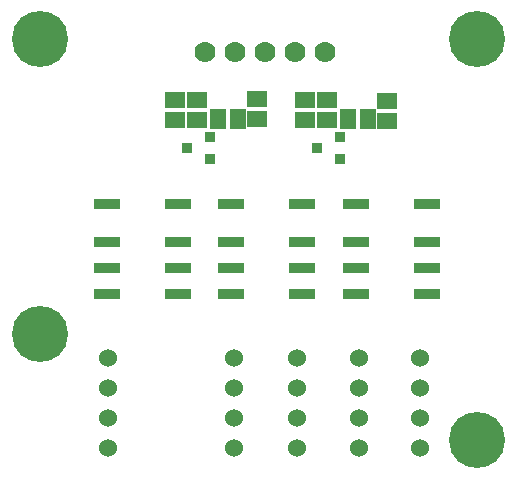
<source format=gts>
G04 -- Generated By PCBWeb Designer*
%FSLAX24Y24*%
%MOIN*%
%OFA0B0*%
%SFA1.0B1.0*%
%AMROTRECT*21,1,$1,$2,0,0,$3*%
%AMROTOBLONG*1,1,$7,$1,$2*1,1,$7,$3,$4*21,1,$5,$6,0,0,$8*%
%ADD10C,0.025*%
%ADD11C,0.05*%
%ADD12C,0.028*%
%ADD13C,0.06*%
%ADD14C,0.006*%
%ADD15C,0.008*%
%ADD16C,0.024*%
%ADD17C,0.035*%
%ADD18C,0.07*%
%ADD19R,0.055X0.0433*%
%ADD20R,0.065X0.0533*%
%ADD21C,0.1772*%
%ADD22C,0.128*%
%ADD23C,0.1872*%
%ADD24R,0.0276X0.0236*%
%ADD25R,0.0376X0.0336*%
%ADD26C,0.01*%
%ADD27C,0.0039*%
%ADD28C,0.0199*%
%ADD29R,0.0787X0.0276*%
%ADD30R,0.0887X0.0376*%
%ADD31R,0.0433X0.055*%
%ADD32R,0.0533X0.065*%
%ADD33C,0.0059*%
%ADD34R,0.085X0.07*%
%ADD35R,0.095X0.08*%
%ADD36C,0.0394*%
%ADD37C,0.0*%
%ADD38C,0.0258*%
%ADD39C,0.0059*%
%ADD40C,0.0098*%
%ADD41C,0.0276*%
G01*
%LNSTD*%
%LPD*%
G54D13*
X3051Y3937D03*
X3051Y2937D03*
X3051Y1937D03*
X3051Y937D03*
X13435Y935D03*
X13435Y1935D03*
X13435Y2935D03*
X13435Y3935D03*
X11418Y935D03*
X11418Y1935D03*
X11418Y2935D03*
X11418Y3935D03*
X9351Y935D03*
X9351Y1935D03*
X9351Y2935D03*
X9351Y3935D03*
X7235Y935D03*
X7235Y1935D03*
X7235Y2935D03*
X7235Y3935D03*
G54D18*
X10286Y14124D03*
X9286Y14124D03*
X8286Y14124D03*
X7286Y14124D03*
X6286Y14124D03*
G54D20*
X5266Y11861D03*
X5266Y12530D03*
X9597Y11861D03*
X9597Y12530D03*
G54D23*
X787Y4724D03*
X787Y14567D03*
X15354Y1181D03*
X15354Y14567D03*
G54D25*
X10778Y11300D03*
X10778Y10552D03*
X9991Y10926D03*
X6447Y11300D03*
X6447Y10552D03*
X5660Y10926D03*
G54D30*
X3002Y9055D03*
X3002Y7796D03*
X3002Y6929D03*
X3002Y6063D03*
X5364Y6063D03*
X5364Y6929D03*
X5364Y7796D03*
X5364Y9055D03*
X11319Y9055D03*
X11319Y7796D03*
X11319Y6929D03*
X11319Y6063D03*
X13681Y6063D03*
X13681Y6929D03*
X13681Y7796D03*
X13681Y9055D03*
X7136Y9055D03*
X7136Y7796D03*
X7136Y6929D03*
X7136Y6063D03*
X9498Y6063D03*
X9498Y6929D03*
X9498Y7796D03*
X9498Y9055D03*
G54D20*
X6004Y11861D03*
X6004Y12530D03*
X10335Y11861D03*
X10335Y12530D03*
G54D32*
X6693Y11910D03*
X7362Y11910D03*
G54D20*
X8022Y12550D03*
X8022Y11881D03*
X12353Y12500D03*
X12353Y11831D03*
G54D32*
X11024Y11910D03*
X11693Y11910D03*
M02*

</source>
